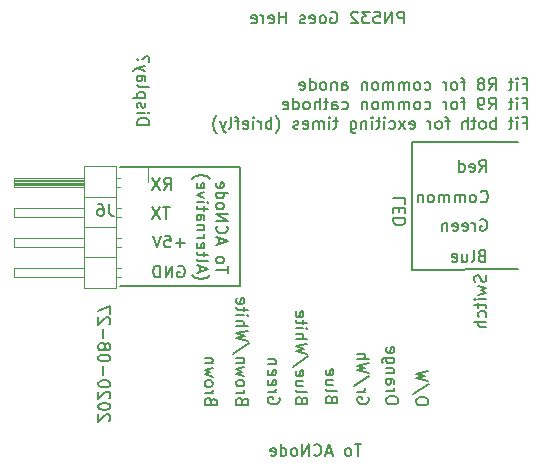
<source format=gbr>
%TF.GenerationSoftware,KiCad,Pcbnew,5.1.6-1.fc32*%
%TF.CreationDate,2020-08-28T03:42:22+01:00*%
%TF.ProjectId,ACNodeReader,41434e6f-6465-4526-9561-6465722e6b69,rev?*%
%TF.SameCoordinates,Original*%
%TF.FileFunction,Legend,Bot*%
%TF.FilePolarity,Positive*%
%FSLAX46Y46*%
G04 Gerber Fmt 4.6, Leading zero omitted, Abs format (unit mm)*
G04 Created by KiCad (PCBNEW 5.1.6-1.fc32) date 2020-08-28 03:42:22*
%MOMM*%
%LPD*%
G01*
G04 APERTURE LIST*
%ADD10C,0.150000*%
%ADD11C,0.120000*%
G04 APERTURE END LIST*
D10*
X112085380Y-97821142D02*
X112133000Y-97773523D01*
X112180619Y-97678285D01*
X112180619Y-97440190D01*
X112133000Y-97344952D01*
X112085380Y-97297333D01*
X111990142Y-97249714D01*
X111894904Y-97249714D01*
X111752047Y-97297333D01*
X111180619Y-97868761D01*
X111180619Y-97249714D01*
X112180619Y-96630666D02*
X112180619Y-96535428D01*
X112133000Y-96440190D01*
X112085380Y-96392571D01*
X111990142Y-96344952D01*
X111799666Y-96297333D01*
X111561571Y-96297333D01*
X111371095Y-96344952D01*
X111275857Y-96392571D01*
X111228238Y-96440190D01*
X111180619Y-96535428D01*
X111180619Y-96630666D01*
X111228238Y-96725904D01*
X111275857Y-96773523D01*
X111371095Y-96821142D01*
X111561571Y-96868761D01*
X111799666Y-96868761D01*
X111990142Y-96821142D01*
X112085380Y-96773523D01*
X112133000Y-96725904D01*
X112180619Y-96630666D01*
X112085380Y-95916380D02*
X112133000Y-95868761D01*
X112180619Y-95773523D01*
X112180619Y-95535428D01*
X112133000Y-95440190D01*
X112085380Y-95392571D01*
X111990142Y-95344952D01*
X111894904Y-95344952D01*
X111752047Y-95392571D01*
X111180619Y-95964000D01*
X111180619Y-95344952D01*
X112180619Y-94725904D02*
X112180619Y-94630666D01*
X112133000Y-94535428D01*
X112085380Y-94487809D01*
X111990142Y-94440190D01*
X111799666Y-94392571D01*
X111561571Y-94392571D01*
X111371095Y-94440190D01*
X111275857Y-94487809D01*
X111228238Y-94535428D01*
X111180619Y-94630666D01*
X111180619Y-94725904D01*
X111228238Y-94821142D01*
X111275857Y-94868761D01*
X111371095Y-94916380D01*
X111561571Y-94964000D01*
X111799666Y-94964000D01*
X111990142Y-94916380D01*
X112085380Y-94868761D01*
X112133000Y-94821142D01*
X112180619Y-94725904D01*
X111561571Y-93964000D02*
X111561571Y-93202095D01*
X112180619Y-92535428D02*
X112180619Y-92440190D01*
X112133000Y-92344952D01*
X112085380Y-92297333D01*
X111990142Y-92249714D01*
X111799666Y-92202095D01*
X111561571Y-92202095D01*
X111371095Y-92249714D01*
X111275857Y-92297333D01*
X111228238Y-92344952D01*
X111180619Y-92440190D01*
X111180619Y-92535428D01*
X111228238Y-92630666D01*
X111275857Y-92678285D01*
X111371095Y-92725904D01*
X111561571Y-92773523D01*
X111799666Y-92773523D01*
X111990142Y-92725904D01*
X112085380Y-92678285D01*
X112133000Y-92630666D01*
X112180619Y-92535428D01*
X111752047Y-91630666D02*
X111799666Y-91725904D01*
X111847285Y-91773523D01*
X111942523Y-91821142D01*
X111990142Y-91821142D01*
X112085380Y-91773523D01*
X112133000Y-91725904D01*
X112180619Y-91630666D01*
X112180619Y-91440190D01*
X112133000Y-91344952D01*
X112085380Y-91297333D01*
X111990142Y-91249714D01*
X111942523Y-91249714D01*
X111847285Y-91297333D01*
X111799666Y-91344952D01*
X111752047Y-91440190D01*
X111752047Y-91630666D01*
X111704428Y-91725904D01*
X111656809Y-91773523D01*
X111561571Y-91821142D01*
X111371095Y-91821142D01*
X111275857Y-91773523D01*
X111228238Y-91725904D01*
X111180619Y-91630666D01*
X111180619Y-91440190D01*
X111228238Y-91344952D01*
X111275857Y-91297333D01*
X111371095Y-91249714D01*
X111561571Y-91249714D01*
X111656809Y-91297333D01*
X111704428Y-91344952D01*
X111752047Y-91440190D01*
X111561571Y-90821142D02*
X111561571Y-90059238D01*
X112085380Y-89630666D02*
X112133000Y-89583047D01*
X112180619Y-89487809D01*
X112180619Y-89249714D01*
X112133000Y-89154476D01*
X112085380Y-89106857D01*
X111990142Y-89059238D01*
X111894904Y-89059238D01*
X111752047Y-89106857D01*
X111180619Y-89678285D01*
X111180619Y-89059238D01*
X112180619Y-88725904D02*
X112180619Y-88059238D01*
X111180619Y-88487809D01*
X114482619Y-72730952D02*
X115482619Y-72730952D01*
X115482619Y-72492857D01*
X115435000Y-72350000D01*
X115339761Y-72254761D01*
X115244523Y-72207142D01*
X115054047Y-72159523D01*
X114911190Y-72159523D01*
X114720714Y-72207142D01*
X114625476Y-72254761D01*
X114530238Y-72350000D01*
X114482619Y-72492857D01*
X114482619Y-72730952D01*
X114482619Y-71730952D02*
X115149285Y-71730952D01*
X115482619Y-71730952D02*
X115435000Y-71778571D01*
X115387380Y-71730952D01*
X115435000Y-71683333D01*
X115482619Y-71730952D01*
X115387380Y-71730952D01*
X114530238Y-71302380D02*
X114482619Y-71207142D01*
X114482619Y-71016666D01*
X114530238Y-70921428D01*
X114625476Y-70873809D01*
X114673095Y-70873809D01*
X114768333Y-70921428D01*
X114815952Y-71016666D01*
X114815952Y-71159523D01*
X114863571Y-71254761D01*
X114958809Y-71302380D01*
X115006428Y-71302380D01*
X115101666Y-71254761D01*
X115149285Y-71159523D01*
X115149285Y-71016666D01*
X115101666Y-70921428D01*
X115149285Y-70445238D02*
X114149285Y-70445238D01*
X115101666Y-70445238D02*
X115149285Y-70350000D01*
X115149285Y-70159523D01*
X115101666Y-70064285D01*
X115054047Y-70016666D01*
X114958809Y-69969047D01*
X114673095Y-69969047D01*
X114577857Y-70016666D01*
X114530238Y-70064285D01*
X114482619Y-70159523D01*
X114482619Y-70350000D01*
X114530238Y-70445238D01*
X114482619Y-69397619D02*
X114530238Y-69492857D01*
X114625476Y-69540476D01*
X115482619Y-69540476D01*
X114482619Y-68588095D02*
X115006428Y-68588095D01*
X115101666Y-68635714D01*
X115149285Y-68730952D01*
X115149285Y-68921428D01*
X115101666Y-69016666D01*
X114530238Y-68588095D02*
X114482619Y-68683333D01*
X114482619Y-68921428D01*
X114530238Y-69016666D01*
X114625476Y-69064285D01*
X114720714Y-69064285D01*
X114815952Y-69016666D01*
X114863571Y-68921428D01*
X114863571Y-68683333D01*
X114911190Y-68588095D01*
X115149285Y-68207142D02*
X114482619Y-67969047D01*
X115149285Y-67730952D02*
X114482619Y-67969047D01*
X114244523Y-68064285D01*
X114196904Y-68111904D01*
X114149285Y-68207142D01*
X114577857Y-67207142D02*
X114530238Y-67159523D01*
X114482619Y-67207142D01*
X114530238Y-67254761D01*
X114577857Y-67207142D01*
X114482619Y-67207142D01*
X115435000Y-67397619D02*
X115482619Y-67302380D01*
X115482619Y-67064285D01*
X115435000Y-66969047D01*
X115339761Y-66921428D01*
X115244523Y-66921428D01*
X115149285Y-66969047D01*
X115101666Y-67016666D01*
X115054047Y-67111904D01*
X115006428Y-67159523D01*
X114911190Y-67207142D01*
X114863571Y-67207142D01*
X133444761Y-99782380D02*
X132873333Y-99782380D01*
X133159047Y-100782380D02*
X133159047Y-99782380D01*
X132397142Y-100782380D02*
X132492380Y-100734761D01*
X132540000Y-100687142D01*
X132587619Y-100591904D01*
X132587619Y-100306190D01*
X132540000Y-100210952D01*
X132492380Y-100163333D01*
X132397142Y-100115714D01*
X132254285Y-100115714D01*
X132159047Y-100163333D01*
X132111428Y-100210952D01*
X132063809Y-100306190D01*
X132063809Y-100591904D01*
X132111428Y-100687142D01*
X132159047Y-100734761D01*
X132254285Y-100782380D01*
X132397142Y-100782380D01*
X130920952Y-100496666D02*
X130444761Y-100496666D01*
X131016190Y-100782380D02*
X130682857Y-99782380D01*
X130349523Y-100782380D01*
X129444761Y-100687142D02*
X129492380Y-100734761D01*
X129635238Y-100782380D01*
X129730476Y-100782380D01*
X129873333Y-100734761D01*
X129968571Y-100639523D01*
X130016190Y-100544285D01*
X130063809Y-100353809D01*
X130063809Y-100210952D01*
X130016190Y-100020476D01*
X129968571Y-99925238D01*
X129873333Y-99830000D01*
X129730476Y-99782380D01*
X129635238Y-99782380D01*
X129492380Y-99830000D01*
X129444761Y-99877619D01*
X129016190Y-100782380D02*
X129016190Y-99782380D01*
X128444761Y-100782380D01*
X128444761Y-99782380D01*
X127825714Y-100782380D02*
X127920952Y-100734761D01*
X127968571Y-100687142D01*
X128016190Y-100591904D01*
X128016190Y-100306190D01*
X127968571Y-100210952D01*
X127920952Y-100163333D01*
X127825714Y-100115714D01*
X127682857Y-100115714D01*
X127587619Y-100163333D01*
X127540000Y-100210952D01*
X127492380Y-100306190D01*
X127492380Y-100591904D01*
X127540000Y-100687142D01*
X127587619Y-100734761D01*
X127682857Y-100782380D01*
X127825714Y-100782380D01*
X126635238Y-100782380D02*
X126635238Y-99782380D01*
X126635238Y-100734761D02*
X126730476Y-100782380D01*
X126920952Y-100782380D01*
X127016190Y-100734761D01*
X127063809Y-100687142D01*
X127111428Y-100591904D01*
X127111428Y-100306190D01*
X127063809Y-100210952D01*
X127016190Y-100163333D01*
X126920952Y-100115714D01*
X126730476Y-100115714D01*
X126635238Y-100163333D01*
X125778095Y-100734761D02*
X125873333Y-100782380D01*
X126063809Y-100782380D01*
X126159047Y-100734761D01*
X126206666Y-100639523D01*
X126206666Y-100258571D01*
X126159047Y-100163333D01*
X126063809Y-100115714D01*
X125873333Y-100115714D01*
X125778095Y-100163333D01*
X125730476Y-100258571D01*
X125730476Y-100353809D01*
X126206666Y-100449047D01*
X123190000Y-76327000D02*
X113030000Y-76327000D01*
X123190000Y-86360000D02*
X113030000Y-86360000D01*
X123190000Y-76327000D02*
X123190000Y-86360000D01*
X122149619Y-85311761D02*
X122149619Y-84740333D01*
X121149619Y-85026047D02*
X122149619Y-85026047D01*
X121149619Y-84264142D02*
X121197238Y-84359380D01*
X121244857Y-84407000D01*
X121340095Y-84454619D01*
X121625809Y-84454619D01*
X121721047Y-84407000D01*
X121768666Y-84359380D01*
X121816285Y-84264142D01*
X121816285Y-84121285D01*
X121768666Y-84026047D01*
X121721047Y-83978428D01*
X121625809Y-83930809D01*
X121340095Y-83930809D01*
X121244857Y-83978428D01*
X121197238Y-84026047D01*
X121149619Y-84121285D01*
X121149619Y-84264142D01*
X121435333Y-82787952D02*
X121435333Y-82311761D01*
X121149619Y-82883190D02*
X122149619Y-82549857D01*
X121149619Y-82216523D01*
X121244857Y-81311761D02*
X121197238Y-81359380D01*
X121149619Y-81502238D01*
X121149619Y-81597476D01*
X121197238Y-81740333D01*
X121292476Y-81835571D01*
X121387714Y-81883190D01*
X121578190Y-81930809D01*
X121721047Y-81930809D01*
X121911523Y-81883190D01*
X122006761Y-81835571D01*
X122102000Y-81740333D01*
X122149619Y-81597476D01*
X122149619Y-81502238D01*
X122102000Y-81359380D01*
X122054380Y-81311761D01*
X121149619Y-80883190D02*
X122149619Y-80883190D01*
X121149619Y-80311761D01*
X122149619Y-80311761D01*
X121149619Y-79692714D02*
X121197238Y-79787952D01*
X121244857Y-79835571D01*
X121340095Y-79883190D01*
X121625809Y-79883190D01*
X121721047Y-79835571D01*
X121768666Y-79787952D01*
X121816285Y-79692714D01*
X121816285Y-79549857D01*
X121768666Y-79454619D01*
X121721047Y-79407000D01*
X121625809Y-79359380D01*
X121340095Y-79359380D01*
X121244857Y-79407000D01*
X121197238Y-79454619D01*
X121149619Y-79549857D01*
X121149619Y-79692714D01*
X121149619Y-78502238D02*
X122149619Y-78502238D01*
X121197238Y-78502238D02*
X121149619Y-78597476D01*
X121149619Y-78787952D01*
X121197238Y-78883190D01*
X121244857Y-78930809D01*
X121340095Y-78978428D01*
X121625809Y-78978428D01*
X121721047Y-78930809D01*
X121768666Y-78883190D01*
X121816285Y-78787952D01*
X121816285Y-78597476D01*
X121768666Y-78502238D01*
X121197238Y-77645095D02*
X121149619Y-77740333D01*
X121149619Y-77930809D01*
X121197238Y-78026047D01*
X121292476Y-78073666D01*
X121673428Y-78073666D01*
X121768666Y-78026047D01*
X121816285Y-77930809D01*
X121816285Y-77740333D01*
X121768666Y-77645095D01*
X121673428Y-77597476D01*
X121578190Y-77597476D01*
X121482952Y-78073666D01*
X119118666Y-85502238D02*
X119166285Y-85549857D01*
X119309142Y-85645095D01*
X119404380Y-85692714D01*
X119547238Y-85740333D01*
X119785333Y-85787952D01*
X119975809Y-85787952D01*
X120213904Y-85740333D01*
X120356761Y-85692714D01*
X120452000Y-85645095D01*
X120594857Y-85549857D01*
X120642476Y-85502238D01*
X119785333Y-85168904D02*
X119785333Y-84692714D01*
X119499619Y-85264142D02*
X120499619Y-84930809D01*
X119499619Y-84597476D01*
X119499619Y-84121285D02*
X119547238Y-84216523D01*
X119642476Y-84264142D01*
X120499619Y-84264142D01*
X120166285Y-83883190D02*
X120166285Y-83502238D01*
X120499619Y-83740333D02*
X119642476Y-83740333D01*
X119547238Y-83692714D01*
X119499619Y-83597476D01*
X119499619Y-83502238D01*
X119547238Y-82787952D02*
X119499619Y-82883190D01*
X119499619Y-83073666D01*
X119547238Y-83168904D01*
X119642476Y-83216523D01*
X120023428Y-83216523D01*
X120118666Y-83168904D01*
X120166285Y-83073666D01*
X120166285Y-82883190D01*
X120118666Y-82787952D01*
X120023428Y-82740333D01*
X119928190Y-82740333D01*
X119832952Y-83216523D01*
X119499619Y-82311761D02*
X120166285Y-82311761D01*
X119975809Y-82311761D02*
X120071047Y-82264142D01*
X120118666Y-82216523D01*
X120166285Y-82121285D01*
X120166285Y-82026047D01*
X120166285Y-81692714D02*
X119499619Y-81692714D01*
X120071047Y-81692714D02*
X120118666Y-81645095D01*
X120166285Y-81549857D01*
X120166285Y-81407000D01*
X120118666Y-81311761D01*
X120023428Y-81264142D01*
X119499619Y-81264142D01*
X119499619Y-80359380D02*
X120023428Y-80359380D01*
X120118666Y-80407000D01*
X120166285Y-80502238D01*
X120166285Y-80692714D01*
X120118666Y-80787952D01*
X119547238Y-80359380D02*
X119499619Y-80454619D01*
X119499619Y-80692714D01*
X119547238Y-80787952D01*
X119642476Y-80835571D01*
X119737714Y-80835571D01*
X119832952Y-80787952D01*
X119880571Y-80692714D01*
X119880571Y-80454619D01*
X119928190Y-80359380D01*
X120166285Y-80026047D02*
X120166285Y-79645095D01*
X120499619Y-79883190D02*
X119642476Y-79883190D01*
X119547238Y-79835571D01*
X119499619Y-79740333D01*
X119499619Y-79645095D01*
X119499619Y-79311761D02*
X120166285Y-79311761D01*
X120499619Y-79311761D02*
X120452000Y-79359380D01*
X120404380Y-79311761D01*
X120452000Y-79264142D01*
X120499619Y-79311761D01*
X120404380Y-79311761D01*
X120166285Y-78930809D02*
X119499619Y-78692714D01*
X120166285Y-78454619D01*
X119547238Y-77692714D02*
X119499619Y-77787952D01*
X119499619Y-77978428D01*
X119547238Y-78073666D01*
X119642476Y-78121285D01*
X120023428Y-78121285D01*
X120118666Y-78073666D01*
X120166285Y-77978428D01*
X120166285Y-77787952D01*
X120118666Y-77692714D01*
X120023428Y-77645095D01*
X119928190Y-77645095D01*
X119832952Y-78121285D01*
X119118666Y-77311761D02*
X119166285Y-77264142D01*
X119309142Y-77168904D01*
X119404380Y-77121285D01*
X119547238Y-77073666D01*
X119785333Y-77026047D01*
X119975809Y-77026047D01*
X120213904Y-77073666D01*
X120356761Y-77121285D01*
X120452000Y-77168904D01*
X120594857Y-77264142D01*
X120642476Y-77311761D01*
X117919404Y-84717000D02*
X118014642Y-84669380D01*
X118157500Y-84669380D01*
X118300357Y-84717000D01*
X118395595Y-84812238D01*
X118443214Y-84907476D01*
X118490833Y-85097952D01*
X118490833Y-85240809D01*
X118443214Y-85431285D01*
X118395595Y-85526523D01*
X118300357Y-85621761D01*
X118157500Y-85669380D01*
X118062261Y-85669380D01*
X117919404Y-85621761D01*
X117871785Y-85574142D01*
X117871785Y-85240809D01*
X118062261Y-85240809D01*
X117443214Y-85669380D02*
X117443214Y-84669380D01*
X116871785Y-85669380D01*
X116871785Y-84669380D01*
X116395595Y-85669380D02*
X116395595Y-84669380D01*
X116157500Y-84669380D01*
X116014642Y-84717000D01*
X115919404Y-84812238D01*
X115871785Y-84907476D01*
X115824166Y-85097952D01*
X115824166Y-85240809D01*
X115871785Y-85431285D01*
X115919404Y-85526523D01*
X116014642Y-85621761D01*
X116157500Y-85669380D01*
X116395595Y-85669380D01*
X118506714Y-82748428D02*
X117744809Y-82748428D01*
X118125761Y-83129380D02*
X118125761Y-82367476D01*
X116792428Y-82129380D02*
X117268619Y-82129380D01*
X117316238Y-82605571D01*
X117268619Y-82557952D01*
X117173380Y-82510333D01*
X116935285Y-82510333D01*
X116840047Y-82557952D01*
X116792428Y-82605571D01*
X116744809Y-82700809D01*
X116744809Y-82938904D01*
X116792428Y-83034142D01*
X116840047Y-83081761D01*
X116935285Y-83129380D01*
X117173380Y-83129380D01*
X117268619Y-83081761D01*
X117316238Y-83034142D01*
X116459095Y-82129380D02*
X116125761Y-83129380D01*
X115792428Y-82129380D01*
X116752666Y-78239880D02*
X117086000Y-77763690D01*
X117324095Y-78239880D02*
X117324095Y-77239880D01*
X116943142Y-77239880D01*
X116847904Y-77287500D01*
X116800285Y-77335119D01*
X116752666Y-77430357D01*
X116752666Y-77573214D01*
X116800285Y-77668452D01*
X116847904Y-77716071D01*
X116943142Y-77763690D01*
X117324095Y-77763690D01*
X116419333Y-77239880D02*
X115752666Y-78239880D01*
X115752666Y-77239880D02*
X116419333Y-78239880D01*
X117220904Y-79716380D02*
X116649476Y-79716380D01*
X116935190Y-80716380D02*
X116935190Y-79716380D01*
X116411380Y-79716380D02*
X115744714Y-80716380D01*
X115744714Y-79716380D02*
X116411380Y-80716380D01*
X147159071Y-69271571D02*
X147492404Y-69271571D01*
X147492404Y-69795380D02*
X147492404Y-68795380D01*
X147016214Y-68795380D01*
X146635261Y-69795380D02*
X146635261Y-69128714D01*
X146635261Y-68795380D02*
X146682880Y-68843000D01*
X146635261Y-68890619D01*
X146587642Y-68843000D01*
X146635261Y-68795380D01*
X146635261Y-68890619D01*
X146301928Y-69128714D02*
X145920976Y-69128714D01*
X146159071Y-68795380D02*
X146159071Y-69652523D01*
X146111452Y-69747761D01*
X146016214Y-69795380D01*
X145920976Y-69795380D01*
X144254309Y-69795380D02*
X144587642Y-69319190D01*
X144825738Y-69795380D02*
X144825738Y-68795380D01*
X144444785Y-68795380D01*
X144349547Y-68843000D01*
X144301928Y-68890619D01*
X144254309Y-68985857D01*
X144254309Y-69128714D01*
X144301928Y-69223952D01*
X144349547Y-69271571D01*
X144444785Y-69319190D01*
X144825738Y-69319190D01*
X143682880Y-69223952D02*
X143778119Y-69176333D01*
X143825738Y-69128714D01*
X143873357Y-69033476D01*
X143873357Y-68985857D01*
X143825738Y-68890619D01*
X143778119Y-68843000D01*
X143682880Y-68795380D01*
X143492404Y-68795380D01*
X143397166Y-68843000D01*
X143349547Y-68890619D01*
X143301928Y-68985857D01*
X143301928Y-69033476D01*
X143349547Y-69128714D01*
X143397166Y-69176333D01*
X143492404Y-69223952D01*
X143682880Y-69223952D01*
X143778119Y-69271571D01*
X143825738Y-69319190D01*
X143873357Y-69414428D01*
X143873357Y-69604904D01*
X143825738Y-69700142D01*
X143778119Y-69747761D01*
X143682880Y-69795380D01*
X143492404Y-69795380D01*
X143397166Y-69747761D01*
X143349547Y-69700142D01*
X143301928Y-69604904D01*
X143301928Y-69414428D01*
X143349547Y-69319190D01*
X143397166Y-69271571D01*
X143492404Y-69223952D01*
X142254309Y-69128714D02*
X141873357Y-69128714D01*
X142111452Y-69795380D02*
X142111452Y-68938238D01*
X142063833Y-68843000D01*
X141968595Y-68795380D01*
X141873357Y-68795380D01*
X141397166Y-69795380D02*
X141492404Y-69747761D01*
X141540023Y-69700142D01*
X141587642Y-69604904D01*
X141587642Y-69319190D01*
X141540023Y-69223952D01*
X141492404Y-69176333D01*
X141397166Y-69128714D01*
X141254309Y-69128714D01*
X141159071Y-69176333D01*
X141111452Y-69223952D01*
X141063833Y-69319190D01*
X141063833Y-69604904D01*
X141111452Y-69700142D01*
X141159071Y-69747761D01*
X141254309Y-69795380D01*
X141397166Y-69795380D01*
X140635261Y-69795380D02*
X140635261Y-69128714D01*
X140635261Y-69319190D02*
X140587642Y-69223952D01*
X140540023Y-69176333D01*
X140444785Y-69128714D01*
X140349547Y-69128714D01*
X138825738Y-69747761D02*
X138920976Y-69795380D01*
X139111452Y-69795380D01*
X139206690Y-69747761D01*
X139254309Y-69700142D01*
X139301928Y-69604904D01*
X139301928Y-69319190D01*
X139254309Y-69223952D01*
X139206690Y-69176333D01*
X139111452Y-69128714D01*
X138920976Y-69128714D01*
X138825738Y-69176333D01*
X138254309Y-69795380D02*
X138349547Y-69747761D01*
X138397166Y-69700142D01*
X138444785Y-69604904D01*
X138444785Y-69319190D01*
X138397166Y-69223952D01*
X138349547Y-69176333D01*
X138254309Y-69128714D01*
X138111452Y-69128714D01*
X138016214Y-69176333D01*
X137968595Y-69223952D01*
X137920976Y-69319190D01*
X137920976Y-69604904D01*
X137968595Y-69700142D01*
X138016214Y-69747761D01*
X138111452Y-69795380D01*
X138254309Y-69795380D01*
X137492404Y-69795380D02*
X137492404Y-69128714D01*
X137492404Y-69223952D02*
X137444785Y-69176333D01*
X137349547Y-69128714D01*
X137206690Y-69128714D01*
X137111452Y-69176333D01*
X137063833Y-69271571D01*
X137063833Y-69795380D01*
X137063833Y-69271571D02*
X137016214Y-69176333D01*
X136920976Y-69128714D01*
X136778119Y-69128714D01*
X136682880Y-69176333D01*
X136635261Y-69271571D01*
X136635261Y-69795380D01*
X136159071Y-69795380D02*
X136159071Y-69128714D01*
X136159071Y-69223952D02*
X136111452Y-69176333D01*
X136016214Y-69128714D01*
X135873357Y-69128714D01*
X135778119Y-69176333D01*
X135730500Y-69271571D01*
X135730500Y-69795380D01*
X135730500Y-69271571D02*
X135682880Y-69176333D01*
X135587642Y-69128714D01*
X135444785Y-69128714D01*
X135349547Y-69176333D01*
X135301928Y-69271571D01*
X135301928Y-69795380D01*
X134682880Y-69795380D02*
X134778119Y-69747761D01*
X134825738Y-69700142D01*
X134873357Y-69604904D01*
X134873357Y-69319190D01*
X134825738Y-69223952D01*
X134778119Y-69176333D01*
X134682880Y-69128714D01*
X134540023Y-69128714D01*
X134444785Y-69176333D01*
X134397166Y-69223952D01*
X134349547Y-69319190D01*
X134349547Y-69604904D01*
X134397166Y-69700142D01*
X134444785Y-69747761D01*
X134540023Y-69795380D01*
X134682880Y-69795380D01*
X133920976Y-69128714D02*
X133920976Y-69795380D01*
X133920976Y-69223952D02*
X133873357Y-69176333D01*
X133778119Y-69128714D01*
X133635261Y-69128714D01*
X133540023Y-69176333D01*
X133492404Y-69271571D01*
X133492404Y-69795380D01*
X131825738Y-69795380D02*
X131825738Y-69271571D01*
X131873357Y-69176333D01*
X131968595Y-69128714D01*
X132159071Y-69128714D01*
X132254309Y-69176333D01*
X131825738Y-69747761D02*
X131920976Y-69795380D01*
X132159071Y-69795380D01*
X132254309Y-69747761D01*
X132301928Y-69652523D01*
X132301928Y-69557285D01*
X132254309Y-69462047D01*
X132159071Y-69414428D01*
X131920976Y-69414428D01*
X131825738Y-69366809D01*
X131349547Y-69128714D02*
X131349547Y-69795380D01*
X131349547Y-69223952D02*
X131301928Y-69176333D01*
X131206690Y-69128714D01*
X131063833Y-69128714D01*
X130968595Y-69176333D01*
X130920976Y-69271571D01*
X130920976Y-69795380D01*
X130301928Y-69795380D02*
X130397166Y-69747761D01*
X130444785Y-69700142D01*
X130492404Y-69604904D01*
X130492404Y-69319190D01*
X130444785Y-69223952D01*
X130397166Y-69176333D01*
X130301928Y-69128714D01*
X130159071Y-69128714D01*
X130063833Y-69176333D01*
X130016214Y-69223952D01*
X129968595Y-69319190D01*
X129968595Y-69604904D01*
X130016214Y-69700142D01*
X130063833Y-69747761D01*
X130159071Y-69795380D01*
X130301928Y-69795380D01*
X129111452Y-69795380D02*
X129111452Y-68795380D01*
X129111452Y-69747761D02*
X129206690Y-69795380D01*
X129397166Y-69795380D01*
X129492404Y-69747761D01*
X129540023Y-69700142D01*
X129587642Y-69604904D01*
X129587642Y-69319190D01*
X129540023Y-69223952D01*
X129492404Y-69176333D01*
X129397166Y-69128714D01*
X129206690Y-69128714D01*
X129111452Y-69176333D01*
X128254309Y-69747761D02*
X128349547Y-69795380D01*
X128540023Y-69795380D01*
X128635261Y-69747761D01*
X128682880Y-69652523D01*
X128682880Y-69271571D01*
X128635261Y-69176333D01*
X128540023Y-69128714D01*
X128349547Y-69128714D01*
X128254309Y-69176333D01*
X128206690Y-69271571D01*
X128206690Y-69366809D01*
X128682880Y-69462047D01*
X147159071Y-70921571D02*
X147492404Y-70921571D01*
X147492404Y-71445380D02*
X147492404Y-70445380D01*
X147016214Y-70445380D01*
X146635261Y-71445380D02*
X146635261Y-70778714D01*
X146635261Y-70445380D02*
X146682880Y-70493000D01*
X146635261Y-70540619D01*
X146587642Y-70493000D01*
X146635261Y-70445380D01*
X146635261Y-70540619D01*
X146301928Y-70778714D02*
X145920976Y-70778714D01*
X146159071Y-70445380D02*
X146159071Y-71302523D01*
X146111452Y-71397761D01*
X146016214Y-71445380D01*
X145920976Y-71445380D01*
X144254309Y-71445380D02*
X144587642Y-70969190D01*
X144825738Y-71445380D02*
X144825738Y-70445380D01*
X144444785Y-70445380D01*
X144349547Y-70493000D01*
X144301928Y-70540619D01*
X144254309Y-70635857D01*
X144254309Y-70778714D01*
X144301928Y-70873952D01*
X144349547Y-70921571D01*
X144444785Y-70969190D01*
X144825738Y-70969190D01*
X143778119Y-71445380D02*
X143587642Y-71445380D01*
X143492404Y-71397761D01*
X143444785Y-71350142D01*
X143349547Y-71207285D01*
X143301928Y-71016809D01*
X143301928Y-70635857D01*
X143349547Y-70540619D01*
X143397166Y-70493000D01*
X143492404Y-70445380D01*
X143682880Y-70445380D01*
X143778119Y-70493000D01*
X143825738Y-70540619D01*
X143873357Y-70635857D01*
X143873357Y-70873952D01*
X143825738Y-70969190D01*
X143778119Y-71016809D01*
X143682880Y-71064428D01*
X143492404Y-71064428D01*
X143397166Y-71016809D01*
X143349547Y-70969190D01*
X143301928Y-70873952D01*
X142254309Y-70778714D02*
X141873357Y-70778714D01*
X142111452Y-71445380D02*
X142111452Y-70588238D01*
X142063833Y-70493000D01*
X141968595Y-70445380D01*
X141873357Y-70445380D01*
X141397166Y-71445380D02*
X141492404Y-71397761D01*
X141540023Y-71350142D01*
X141587642Y-71254904D01*
X141587642Y-70969190D01*
X141540023Y-70873952D01*
X141492404Y-70826333D01*
X141397166Y-70778714D01*
X141254309Y-70778714D01*
X141159071Y-70826333D01*
X141111452Y-70873952D01*
X141063833Y-70969190D01*
X141063833Y-71254904D01*
X141111452Y-71350142D01*
X141159071Y-71397761D01*
X141254309Y-71445380D01*
X141397166Y-71445380D01*
X140635261Y-71445380D02*
X140635261Y-70778714D01*
X140635261Y-70969190D02*
X140587642Y-70873952D01*
X140540023Y-70826333D01*
X140444785Y-70778714D01*
X140349547Y-70778714D01*
X138825738Y-71397761D02*
X138920976Y-71445380D01*
X139111452Y-71445380D01*
X139206690Y-71397761D01*
X139254309Y-71350142D01*
X139301928Y-71254904D01*
X139301928Y-70969190D01*
X139254309Y-70873952D01*
X139206690Y-70826333D01*
X139111452Y-70778714D01*
X138920976Y-70778714D01*
X138825738Y-70826333D01*
X138254309Y-71445380D02*
X138349547Y-71397761D01*
X138397166Y-71350142D01*
X138444785Y-71254904D01*
X138444785Y-70969190D01*
X138397166Y-70873952D01*
X138349547Y-70826333D01*
X138254309Y-70778714D01*
X138111452Y-70778714D01*
X138016214Y-70826333D01*
X137968595Y-70873952D01*
X137920976Y-70969190D01*
X137920976Y-71254904D01*
X137968595Y-71350142D01*
X138016214Y-71397761D01*
X138111452Y-71445380D01*
X138254309Y-71445380D01*
X137492404Y-71445380D02*
X137492404Y-70778714D01*
X137492404Y-70873952D02*
X137444785Y-70826333D01*
X137349547Y-70778714D01*
X137206690Y-70778714D01*
X137111452Y-70826333D01*
X137063833Y-70921571D01*
X137063833Y-71445380D01*
X137063833Y-70921571D02*
X137016214Y-70826333D01*
X136920976Y-70778714D01*
X136778119Y-70778714D01*
X136682880Y-70826333D01*
X136635261Y-70921571D01*
X136635261Y-71445380D01*
X136159071Y-71445380D02*
X136159071Y-70778714D01*
X136159071Y-70873952D02*
X136111452Y-70826333D01*
X136016214Y-70778714D01*
X135873357Y-70778714D01*
X135778119Y-70826333D01*
X135730500Y-70921571D01*
X135730500Y-71445380D01*
X135730500Y-70921571D02*
X135682880Y-70826333D01*
X135587642Y-70778714D01*
X135444785Y-70778714D01*
X135349547Y-70826333D01*
X135301928Y-70921571D01*
X135301928Y-71445380D01*
X134682880Y-71445380D02*
X134778119Y-71397761D01*
X134825738Y-71350142D01*
X134873357Y-71254904D01*
X134873357Y-70969190D01*
X134825738Y-70873952D01*
X134778119Y-70826333D01*
X134682880Y-70778714D01*
X134540023Y-70778714D01*
X134444785Y-70826333D01*
X134397166Y-70873952D01*
X134349547Y-70969190D01*
X134349547Y-71254904D01*
X134397166Y-71350142D01*
X134444785Y-71397761D01*
X134540023Y-71445380D01*
X134682880Y-71445380D01*
X133920976Y-70778714D02*
X133920976Y-71445380D01*
X133920976Y-70873952D02*
X133873357Y-70826333D01*
X133778119Y-70778714D01*
X133635261Y-70778714D01*
X133540023Y-70826333D01*
X133492404Y-70921571D01*
X133492404Y-71445380D01*
X131825738Y-71397761D02*
X131920976Y-71445380D01*
X132111452Y-71445380D01*
X132206690Y-71397761D01*
X132254309Y-71350142D01*
X132301928Y-71254904D01*
X132301928Y-70969190D01*
X132254309Y-70873952D01*
X132206690Y-70826333D01*
X132111452Y-70778714D01*
X131920976Y-70778714D01*
X131825738Y-70826333D01*
X130968595Y-71445380D02*
X130968595Y-70921571D01*
X131016214Y-70826333D01*
X131111452Y-70778714D01*
X131301928Y-70778714D01*
X131397166Y-70826333D01*
X130968595Y-71397761D02*
X131063833Y-71445380D01*
X131301928Y-71445380D01*
X131397166Y-71397761D01*
X131444785Y-71302523D01*
X131444785Y-71207285D01*
X131397166Y-71112047D01*
X131301928Y-71064428D01*
X131063833Y-71064428D01*
X130968595Y-71016809D01*
X130635261Y-70778714D02*
X130254309Y-70778714D01*
X130492404Y-70445380D02*
X130492404Y-71302523D01*
X130444785Y-71397761D01*
X130349547Y-71445380D01*
X130254309Y-71445380D01*
X129920976Y-71445380D02*
X129920976Y-70445380D01*
X129492404Y-71445380D02*
X129492404Y-70921571D01*
X129540023Y-70826333D01*
X129635261Y-70778714D01*
X129778119Y-70778714D01*
X129873357Y-70826333D01*
X129920976Y-70873952D01*
X128873357Y-71445380D02*
X128968595Y-71397761D01*
X129016214Y-71350142D01*
X129063833Y-71254904D01*
X129063833Y-70969190D01*
X129016214Y-70873952D01*
X128968595Y-70826333D01*
X128873357Y-70778714D01*
X128730500Y-70778714D01*
X128635261Y-70826333D01*
X128587642Y-70873952D01*
X128540023Y-70969190D01*
X128540023Y-71254904D01*
X128587642Y-71350142D01*
X128635261Y-71397761D01*
X128730500Y-71445380D01*
X128873357Y-71445380D01*
X127682880Y-71445380D02*
X127682880Y-70445380D01*
X127682880Y-71397761D02*
X127778119Y-71445380D01*
X127968595Y-71445380D01*
X128063833Y-71397761D01*
X128111452Y-71350142D01*
X128159071Y-71254904D01*
X128159071Y-70969190D01*
X128111452Y-70873952D01*
X128063833Y-70826333D01*
X127968595Y-70778714D01*
X127778119Y-70778714D01*
X127682880Y-70826333D01*
X126825738Y-71397761D02*
X126920976Y-71445380D01*
X127111452Y-71445380D01*
X127206690Y-71397761D01*
X127254309Y-71302523D01*
X127254309Y-70921571D01*
X127206690Y-70826333D01*
X127111452Y-70778714D01*
X126920976Y-70778714D01*
X126825738Y-70826333D01*
X126778119Y-70921571D01*
X126778119Y-71016809D01*
X127254309Y-71112047D01*
X147159071Y-72571571D02*
X147492404Y-72571571D01*
X147492404Y-73095380D02*
X147492404Y-72095380D01*
X147016214Y-72095380D01*
X146635261Y-73095380D02*
X146635261Y-72428714D01*
X146635261Y-72095380D02*
X146682880Y-72143000D01*
X146635261Y-72190619D01*
X146587642Y-72143000D01*
X146635261Y-72095380D01*
X146635261Y-72190619D01*
X146301928Y-72428714D02*
X145920976Y-72428714D01*
X146159071Y-72095380D02*
X146159071Y-72952523D01*
X146111452Y-73047761D01*
X146016214Y-73095380D01*
X145920976Y-73095380D01*
X144825738Y-73095380D02*
X144825738Y-72095380D01*
X144825738Y-72476333D02*
X144730500Y-72428714D01*
X144540023Y-72428714D01*
X144444785Y-72476333D01*
X144397166Y-72523952D01*
X144349547Y-72619190D01*
X144349547Y-72904904D01*
X144397166Y-73000142D01*
X144444785Y-73047761D01*
X144540023Y-73095380D01*
X144730500Y-73095380D01*
X144825738Y-73047761D01*
X143778119Y-73095380D02*
X143873357Y-73047761D01*
X143920976Y-73000142D01*
X143968595Y-72904904D01*
X143968595Y-72619190D01*
X143920976Y-72523952D01*
X143873357Y-72476333D01*
X143778119Y-72428714D01*
X143635261Y-72428714D01*
X143540023Y-72476333D01*
X143492404Y-72523952D01*
X143444785Y-72619190D01*
X143444785Y-72904904D01*
X143492404Y-73000142D01*
X143540023Y-73047761D01*
X143635261Y-73095380D01*
X143778119Y-73095380D01*
X143159071Y-72428714D02*
X142778119Y-72428714D01*
X143016214Y-72095380D02*
X143016214Y-72952523D01*
X142968595Y-73047761D01*
X142873357Y-73095380D01*
X142778119Y-73095380D01*
X142444785Y-73095380D02*
X142444785Y-72095380D01*
X142016214Y-73095380D02*
X142016214Y-72571571D01*
X142063833Y-72476333D01*
X142159071Y-72428714D01*
X142301928Y-72428714D01*
X142397166Y-72476333D01*
X142444785Y-72523952D01*
X140920976Y-72428714D02*
X140540023Y-72428714D01*
X140778119Y-73095380D02*
X140778119Y-72238238D01*
X140730500Y-72143000D01*
X140635261Y-72095380D01*
X140540023Y-72095380D01*
X140063833Y-73095380D02*
X140159071Y-73047761D01*
X140206690Y-73000142D01*
X140254309Y-72904904D01*
X140254309Y-72619190D01*
X140206690Y-72523952D01*
X140159071Y-72476333D01*
X140063833Y-72428714D01*
X139920976Y-72428714D01*
X139825738Y-72476333D01*
X139778119Y-72523952D01*
X139730500Y-72619190D01*
X139730500Y-72904904D01*
X139778119Y-73000142D01*
X139825738Y-73047761D01*
X139920976Y-73095380D01*
X140063833Y-73095380D01*
X139301928Y-73095380D02*
X139301928Y-72428714D01*
X139301928Y-72619190D02*
X139254309Y-72523952D01*
X139206690Y-72476333D01*
X139111452Y-72428714D01*
X139016214Y-72428714D01*
X137540023Y-73047761D02*
X137635261Y-73095380D01*
X137825738Y-73095380D01*
X137920976Y-73047761D01*
X137968595Y-72952523D01*
X137968595Y-72571571D01*
X137920976Y-72476333D01*
X137825738Y-72428714D01*
X137635261Y-72428714D01*
X137540023Y-72476333D01*
X137492404Y-72571571D01*
X137492404Y-72666809D01*
X137968595Y-72762047D01*
X137159071Y-73095380D02*
X136635261Y-72428714D01*
X137159071Y-72428714D02*
X136635261Y-73095380D01*
X135825738Y-73047761D02*
X135920976Y-73095380D01*
X136111452Y-73095380D01*
X136206690Y-73047761D01*
X136254309Y-73000142D01*
X136301928Y-72904904D01*
X136301928Y-72619190D01*
X136254309Y-72523952D01*
X136206690Y-72476333D01*
X136111452Y-72428714D01*
X135920976Y-72428714D01*
X135825738Y-72476333D01*
X135397166Y-73095380D02*
X135397166Y-72428714D01*
X135397166Y-72095380D02*
X135444785Y-72143000D01*
X135397166Y-72190619D01*
X135349547Y-72143000D01*
X135397166Y-72095380D01*
X135397166Y-72190619D01*
X135063833Y-72428714D02*
X134682880Y-72428714D01*
X134920976Y-72095380D02*
X134920976Y-72952523D01*
X134873357Y-73047761D01*
X134778119Y-73095380D01*
X134682880Y-73095380D01*
X134349547Y-73095380D02*
X134349547Y-72428714D01*
X134349547Y-72095380D02*
X134397166Y-72143000D01*
X134349547Y-72190619D01*
X134301928Y-72143000D01*
X134349547Y-72095380D01*
X134349547Y-72190619D01*
X133873357Y-72428714D02*
X133873357Y-73095380D01*
X133873357Y-72523952D02*
X133825738Y-72476333D01*
X133730500Y-72428714D01*
X133587642Y-72428714D01*
X133492404Y-72476333D01*
X133444785Y-72571571D01*
X133444785Y-73095380D01*
X132540023Y-72428714D02*
X132540023Y-73238238D01*
X132587642Y-73333476D01*
X132635261Y-73381095D01*
X132730500Y-73428714D01*
X132873357Y-73428714D01*
X132968595Y-73381095D01*
X132540023Y-73047761D02*
X132635261Y-73095380D01*
X132825738Y-73095380D01*
X132920976Y-73047761D01*
X132968595Y-73000142D01*
X133016214Y-72904904D01*
X133016214Y-72619190D01*
X132968595Y-72523952D01*
X132920976Y-72476333D01*
X132825738Y-72428714D01*
X132635261Y-72428714D01*
X132540023Y-72476333D01*
X131444785Y-72428714D02*
X131063833Y-72428714D01*
X131301928Y-72095380D02*
X131301928Y-72952523D01*
X131254309Y-73047761D01*
X131159071Y-73095380D01*
X131063833Y-73095380D01*
X130730500Y-73095380D02*
X130730500Y-72428714D01*
X130730500Y-72095380D02*
X130778119Y-72143000D01*
X130730500Y-72190619D01*
X130682880Y-72143000D01*
X130730500Y-72095380D01*
X130730500Y-72190619D01*
X130254309Y-73095380D02*
X130254309Y-72428714D01*
X130254309Y-72523952D02*
X130206690Y-72476333D01*
X130111452Y-72428714D01*
X129968595Y-72428714D01*
X129873357Y-72476333D01*
X129825738Y-72571571D01*
X129825738Y-73095380D01*
X129825738Y-72571571D02*
X129778119Y-72476333D01*
X129682880Y-72428714D01*
X129540023Y-72428714D01*
X129444785Y-72476333D01*
X129397166Y-72571571D01*
X129397166Y-73095380D01*
X128540023Y-73047761D02*
X128635261Y-73095380D01*
X128825738Y-73095380D01*
X128920976Y-73047761D01*
X128968595Y-72952523D01*
X128968595Y-72571571D01*
X128920976Y-72476333D01*
X128825738Y-72428714D01*
X128635261Y-72428714D01*
X128540023Y-72476333D01*
X128492404Y-72571571D01*
X128492404Y-72666809D01*
X128968595Y-72762047D01*
X128111452Y-73047761D02*
X128016214Y-73095380D01*
X127825738Y-73095380D01*
X127730500Y-73047761D01*
X127682880Y-72952523D01*
X127682880Y-72904904D01*
X127730500Y-72809666D01*
X127825738Y-72762047D01*
X127968595Y-72762047D01*
X128063833Y-72714428D01*
X128111452Y-72619190D01*
X128111452Y-72571571D01*
X128063833Y-72476333D01*
X127968595Y-72428714D01*
X127825738Y-72428714D01*
X127730500Y-72476333D01*
X126206690Y-73476333D02*
X126254309Y-73428714D01*
X126349547Y-73285857D01*
X126397166Y-73190619D01*
X126444785Y-73047761D01*
X126492404Y-72809666D01*
X126492404Y-72619190D01*
X126444785Y-72381095D01*
X126397166Y-72238238D01*
X126349547Y-72143000D01*
X126254309Y-72000142D01*
X126206690Y-71952523D01*
X125825738Y-73095380D02*
X125825738Y-72095380D01*
X125825738Y-72476333D02*
X125730500Y-72428714D01*
X125540023Y-72428714D01*
X125444785Y-72476333D01*
X125397166Y-72523952D01*
X125349547Y-72619190D01*
X125349547Y-72904904D01*
X125397166Y-73000142D01*
X125444785Y-73047761D01*
X125540023Y-73095380D01*
X125730500Y-73095380D01*
X125825738Y-73047761D01*
X124920976Y-73095380D02*
X124920976Y-72428714D01*
X124920976Y-72619190D02*
X124873357Y-72523952D01*
X124825738Y-72476333D01*
X124730500Y-72428714D01*
X124635261Y-72428714D01*
X124301928Y-73095380D02*
X124301928Y-72428714D01*
X124301928Y-72095380D02*
X124349547Y-72143000D01*
X124301928Y-72190619D01*
X124254309Y-72143000D01*
X124301928Y-72095380D01*
X124301928Y-72190619D01*
X123444785Y-73047761D02*
X123540023Y-73095380D01*
X123730500Y-73095380D01*
X123825738Y-73047761D01*
X123873357Y-72952523D01*
X123873357Y-72571571D01*
X123825738Y-72476333D01*
X123730500Y-72428714D01*
X123540023Y-72428714D01*
X123444785Y-72476333D01*
X123397166Y-72571571D01*
X123397166Y-72666809D01*
X123873357Y-72762047D01*
X123111452Y-72428714D02*
X122730500Y-72428714D01*
X122968595Y-73095380D02*
X122968595Y-72238238D01*
X122920976Y-72143000D01*
X122825738Y-72095380D01*
X122730500Y-72095380D01*
X122254309Y-73095380D02*
X122349547Y-73047761D01*
X122397166Y-72952523D01*
X122397166Y-72095380D01*
X121968595Y-72428714D02*
X121730500Y-73095380D01*
X121492404Y-72428714D02*
X121730500Y-73095380D01*
X121825738Y-73333476D01*
X121873357Y-73381095D01*
X121968595Y-73428714D01*
X121206690Y-73476333D02*
X121159071Y-73428714D01*
X121063833Y-73285857D01*
X121016214Y-73190619D01*
X120968595Y-73047761D01*
X120920976Y-72809666D01*
X120920976Y-72619190D01*
X120968595Y-72381095D01*
X121016214Y-72238238D01*
X121063833Y-72143000D01*
X121159071Y-72000142D01*
X121206690Y-71952523D01*
X137731500Y-85026500D02*
X146685000Y-84963000D01*
X137731500Y-74168000D02*
X137731500Y-85026500D01*
X146748500Y-74168000D02*
X137731500Y-74168000D01*
X137167880Y-79430642D02*
X137167880Y-78954452D01*
X136167880Y-78954452D01*
X136644071Y-79763976D02*
X136644071Y-80097309D01*
X137167880Y-80240166D02*
X137167880Y-79763976D01*
X136167880Y-79763976D01*
X136167880Y-80240166D01*
X137167880Y-80668738D02*
X136167880Y-80668738D01*
X136167880Y-80906833D01*
X136215500Y-81049690D01*
X136310738Y-81144928D01*
X136405976Y-81192547D01*
X136596452Y-81240166D01*
X136739309Y-81240166D01*
X136929785Y-81192547D01*
X137025023Y-81144928D01*
X137120261Y-81049690D01*
X137167880Y-80906833D01*
X137167880Y-80668738D01*
X143628928Y-83812071D02*
X143486071Y-83859690D01*
X143438452Y-83907309D01*
X143390833Y-84002547D01*
X143390833Y-84145404D01*
X143438452Y-84240642D01*
X143486071Y-84288261D01*
X143581309Y-84335880D01*
X143962261Y-84335880D01*
X143962261Y-83335880D01*
X143628928Y-83335880D01*
X143533690Y-83383500D01*
X143486071Y-83431119D01*
X143438452Y-83526357D01*
X143438452Y-83621595D01*
X143486071Y-83716833D01*
X143533690Y-83764452D01*
X143628928Y-83812071D01*
X143962261Y-83812071D01*
X142819404Y-84335880D02*
X142914642Y-84288261D01*
X142962261Y-84193023D01*
X142962261Y-83335880D01*
X142009880Y-83669214D02*
X142009880Y-84335880D01*
X142438452Y-83669214D02*
X142438452Y-84193023D01*
X142390833Y-84288261D01*
X142295595Y-84335880D01*
X142152738Y-84335880D01*
X142057500Y-84288261D01*
X142009880Y-84240642D01*
X141152738Y-84288261D02*
X141247976Y-84335880D01*
X141438452Y-84335880D01*
X141533690Y-84288261D01*
X141581309Y-84193023D01*
X141581309Y-83812071D01*
X141533690Y-83716833D01*
X141438452Y-83669214D01*
X141247976Y-83669214D01*
X141152738Y-83716833D01*
X141105119Y-83812071D01*
X141105119Y-83907309D01*
X141581309Y-84002547D01*
X143533642Y-80780000D02*
X143628880Y-80732380D01*
X143771738Y-80732380D01*
X143914595Y-80780000D01*
X144009833Y-80875238D01*
X144057452Y-80970476D01*
X144105071Y-81160952D01*
X144105071Y-81303809D01*
X144057452Y-81494285D01*
X144009833Y-81589523D01*
X143914595Y-81684761D01*
X143771738Y-81732380D01*
X143676500Y-81732380D01*
X143533642Y-81684761D01*
X143486023Y-81637142D01*
X143486023Y-81303809D01*
X143676500Y-81303809D01*
X143057452Y-81732380D02*
X143057452Y-81065714D01*
X143057452Y-81256190D02*
X143009833Y-81160952D01*
X142962214Y-81113333D01*
X142866976Y-81065714D01*
X142771738Y-81065714D01*
X142057452Y-81684761D02*
X142152690Y-81732380D01*
X142343166Y-81732380D01*
X142438404Y-81684761D01*
X142486023Y-81589523D01*
X142486023Y-81208571D01*
X142438404Y-81113333D01*
X142343166Y-81065714D01*
X142152690Y-81065714D01*
X142057452Y-81113333D01*
X142009833Y-81208571D01*
X142009833Y-81303809D01*
X142486023Y-81399047D01*
X141200309Y-81684761D02*
X141295547Y-81732380D01*
X141486023Y-81732380D01*
X141581261Y-81684761D01*
X141628880Y-81589523D01*
X141628880Y-81208571D01*
X141581261Y-81113333D01*
X141486023Y-81065714D01*
X141295547Y-81065714D01*
X141200309Y-81113333D01*
X141152690Y-81208571D01*
X141152690Y-81303809D01*
X141628880Y-81399047D01*
X140724119Y-81065714D02*
X140724119Y-81732380D01*
X140724119Y-81160952D02*
X140676500Y-81113333D01*
X140581261Y-81065714D01*
X140438404Y-81065714D01*
X140343166Y-81113333D01*
X140295547Y-81208571D01*
X140295547Y-81732380D01*
X143541452Y-79224142D02*
X143589071Y-79271761D01*
X143731928Y-79319380D01*
X143827166Y-79319380D01*
X143970023Y-79271761D01*
X144065261Y-79176523D01*
X144112880Y-79081285D01*
X144160500Y-78890809D01*
X144160500Y-78747952D01*
X144112880Y-78557476D01*
X144065261Y-78462238D01*
X143970023Y-78367000D01*
X143827166Y-78319380D01*
X143731928Y-78319380D01*
X143589071Y-78367000D01*
X143541452Y-78414619D01*
X142970023Y-79319380D02*
X143065261Y-79271761D01*
X143112880Y-79224142D01*
X143160500Y-79128904D01*
X143160500Y-78843190D01*
X143112880Y-78747952D01*
X143065261Y-78700333D01*
X142970023Y-78652714D01*
X142827166Y-78652714D01*
X142731928Y-78700333D01*
X142684309Y-78747952D01*
X142636690Y-78843190D01*
X142636690Y-79128904D01*
X142684309Y-79224142D01*
X142731928Y-79271761D01*
X142827166Y-79319380D01*
X142970023Y-79319380D01*
X142208119Y-79319380D02*
X142208119Y-78652714D01*
X142208119Y-78747952D02*
X142160500Y-78700333D01*
X142065261Y-78652714D01*
X141922404Y-78652714D01*
X141827166Y-78700333D01*
X141779547Y-78795571D01*
X141779547Y-79319380D01*
X141779547Y-78795571D02*
X141731928Y-78700333D01*
X141636690Y-78652714D01*
X141493833Y-78652714D01*
X141398595Y-78700333D01*
X141350976Y-78795571D01*
X141350976Y-79319380D01*
X140874785Y-79319380D02*
X140874785Y-78652714D01*
X140874785Y-78747952D02*
X140827166Y-78700333D01*
X140731928Y-78652714D01*
X140589071Y-78652714D01*
X140493833Y-78700333D01*
X140446214Y-78795571D01*
X140446214Y-79319380D01*
X140446214Y-78795571D02*
X140398595Y-78700333D01*
X140303357Y-78652714D01*
X140160500Y-78652714D01*
X140065261Y-78700333D01*
X140017642Y-78795571D01*
X140017642Y-79319380D01*
X139398595Y-79319380D02*
X139493833Y-79271761D01*
X139541452Y-79224142D01*
X139589071Y-79128904D01*
X139589071Y-78843190D01*
X139541452Y-78747952D01*
X139493833Y-78700333D01*
X139398595Y-78652714D01*
X139255738Y-78652714D01*
X139160500Y-78700333D01*
X139112880Y-78747952D01*
X139065261Y-78843190D01*
X139065261Y-79128904D01*
X139112880Y-79224142D01*
X139160500Y-79271761D01*
X139255738Y-79319380D01*
X139398595Y-79319380D01*
X138636690Y-78652714D02*
X138636690Y-79319380D01*
X138636690Y-78747952D02*
X138589071Y-78700333D01*
X138493833Y-78652714D01*
X138350976Y-78652714D01*
X138255738Y-78700333D01*
X138208119Y-78795571D01*
X138208119Y-79319380D01*
X143446428Y-76715880D02*
X143779761Y-76239690D01*
X144017857Y-76715880D02*
X144017857Y-75715880D01*
X143636904Y-75715880D01*
X143541666Y-75763500D01*
X143494047Y-75811119D01*
X143446428Y-75906357D01*
X143446428Y-76049214D01*
X143494047Y-76144452D01*
X143541666Y-76192071D01*
X143636904Y-76239690D01*
X144017857Y-76239690D01*
X142636904Y-76668261D02*
X142732142Y-76715880D01*
X142922619Y-76715880D01*
X143017857Y-76668261D01*
X143065476Y-76573023D01*
X143065476Y-76192071D01*
X143017857Y-76096833D01*
X142922619Y-76049214D01*
X142732142Y-76049214D01*
X142636904Y-76096833D01*
X142589285Y-76192071D01*
X142589285Y-76287309D01*
X143065476Y-76382547D01*
X141732142Y-76715880D02*
X141732142Y-75715880D01*
X141732142Y-76668261D02*
X141827380Y-76715880D01*
X142017857Y-76715880D01*
X142113095Y-76668261D01*
X142160714Y-76620642D01*
X142208333Y-76525404D01*
X142208333Y-76239690D01*
X142160714Y-76144452D01*
X142113095Y-76096833D01*
X142017857Y-76049214D01*
X141827380Y-76049214D01*
X141732142Y-76096833D01*
X120721428Y-96154666D02*
X120673809Y-96011809D01*
X120626190Y-95964190D01*
X120530952Y-95916571D01*
X120388095Y-95916571D01*
X120292857Y-95964190D01*
X120245238Y-96011809D01*
X120197619Y-96107047D01*
X120197619Y-96488000D01*
X121197619Y-96488000D01*
X121197619Y-96154666D01*
X121150000Y-96059428D01*
X121102380Y-96011809D01*
X121007142Y-95964190D01*
X120911904Y-95964190D01*
X120816666Y-96011809D01*
X120769047Y-96059428D01*
X120721428Y-96154666D01*
X120721428Y-96488000D01*
X120197619Y-95488000D02*
X120864285Y-95488000D01*
X120673809Y-95488000D02*
X120769047Y-95440380D01*
X120816666Y-95392761D01*
X120864285Y-95297523D01*
X120864285Y-95202285D01*
X120197619Y-94726095D02*
X120245238Y-94821333D01*
X120292857Y-94868952D01*
X120388095Y-94916571D01*
X120673809Y-94916571D01*
X120769047Y-94868952D01*
X120816666Y-94821333D01*
X120864285Y-94726095D01*
X120864285Y-94583238D01*
X120816666Y-94488000D01*
X120769047Y-94440380D01*
X120673809Y-94392761D01*
X120388095Y-94392761D01*
X120292857Y-94440380D01*
X120245238Y-94488000D01*
X120197619Y-94583238D01*
X120197619Y-94726095D01*
X120864285Y-94059428D02*
X120197619Y-93868952D01*
X120673809Y-93678476D01*
X120197619Y-93488000D01*
X120864285Y-93297523D01*
X120864285Y-92916571D02*
X120197619Y-92916571D01*
X120769047Y-92916571D02*
X120816666Y-92868952D01*
X120864285Y-92773714D01*
X120864285Y-92630857D01*
X120816666Y-92535619D01*
X120721428Y-92488000D01*
X120197619Y-92488000D01*
X123388428Y-96114666D02*
X123340809Y-95971809D01*
X123293190Y-95924190D01*
X123197952Y-95876571D01*
X123055095Y-95876571D01*
X122959857Y-95924190D01*
X122912238Y-95971809D01*
X122864619Y-96067047D01*
X122864619Y-96448000D01*
X123864619Y-96448000D01*
X123864619Y-96114666D01*
X123817000Y-96019428D01*
X123769380Y-95971809D01*
X123674142Y-95924190D01*
X123578904Y-95924190D01*
X123483666Y-95971809D01*
X123436047Y-96019428D01*
X123388428Y-96114666D01*
X123388428Y-96448000D01*
X122864619Y-95448000D02*
X123531285Y-95448000D01*
X123340809Y-95448000D02*
X123436047Y-95400380D01*
X123483666Y-95352761D01*
X123531285Y-95257523D01*
X123531285Y-95162285D01*
X122864619Y-94686095D02*
X122912238Y-94781333D01*
X122959857Y-94828952D01*
X123055095Y-94876571D01*
X123340809Y-94876571D01*
X123436047Y-94828952D01*
X123483666Y-94781333D01*
X123531285Y-94686095D01*
X123531285Y-94543238D01*
X123483666Y-94448000D01*
X123436047Y-94400380D01*
X123340809Y-94352761D01*
X123055095Y-94352761D01*
X122959857Y-94400380D01*
X122912238Y-94448000D01*
X122864619Y-94543238D01*
X122864619Y-94686095D01*
X123531285Y-94019428D02*
X122864619Y-93828952D01*
X123340809Y-93638476D01*
X122864619Y-93448000D01*
X123531285Y-93257523D01*
X123531285Y-92876571D02*
X122864619Y-92876571D01*
X123436047Y-92876571D02*
X123483666Y-92828952D01*
X123531285Y-92733714D01*
X123531285Y-92590857D01*
X123483666Y-92495619D01*
X123388428Y-92448000D01*
X122864619Y-92448000D01*
X123912238Y-91257523D02*
X122626523Y-92114666D01*
X123864619Y-91019428D02*
X122864619Y-90781333D01*
X123578904Y-90590857D01*
X122864619Y-90400380D01*
X123864619Y-90162285D01*
X122864619Y-89781333D02*
X123864619Y-89781333D01*
X122864619Y-89352761D02*
X123388428Y-89352761D01*
X123483666Y-89400380D01*
X123531285Y-89495619D01*
X123531285Y-89638476D01*
X123483666Y-89733714D01*
X123436047Y-89781333D01*
X122864619Y-88876571D02*
X123531285Y-88876571D01*
X123864619Y-88876571D02*
X123817000Y-88924190D01*
X123769380Y-88876571D01*
X123817000Y-88828952D01*
X123864619Y-88876571D01*
X123769380Y-88876571D01*
X123531285Y-88543238D02*
X123531285Y-88162285D01*
X123864619Y-88400380D02*
X123007476Y-88400380D01*
X122912238Y-88352761D01*
X122864619Y-88257523D01*
X122864619Y-88162285D01*
X122912238Y-87448000D02*
X122864619Y-87543238D01*
X122864619Y-87733714D01*
X122912238Y-87828952D01*
X123007476Y-87876571D01*
X123388428Y-87876571D01*
X123483666Y-87828952D01*
X123531285Y-87733714D01*
X123531285Y-87543238D01*
X123483666Y-87448000D01*
X123388428Y-87400380D01*
X123293190Y-87400380D01*
X123197952Y-87876571D01*
X126484000Y-95845142D02*
X126531619Y-95940380D01*
X126531619Y-96083238D01*
X126484000Y-96226095D01*
X126388761Y-96321333D01*
X126293523Y-96368952D01*
X126103047Y-96416571D01*
X125960190Y-96416571D01*
X125769714Y-96368952D01*
X125674476Y-96321333D01*
X125579238Y-96226095D01*
X125531619Y-96083238D01*
X125531619Y-95988000D01*
X125579238Y-95845142D01*
X125626857Y-95797523D01*
X125960190Y-95797523D01*
X125960190Y-95988000D01*
X125531619Y-95368952D02*
X126198285Y-95368952D01*
X126007809Y-95368952D02*
X126103047Y-95321333D01*
X126150666Y-95273714D01*
X126198285Y-95178476D01*
X126198285Y-95083238D01*
X125579238Y-94368952D02*
X125531619Y-94464190D01*
X125531619Y-94654666D01*
X125579238Y-94749904D01*
X125674476Y-94797523D01*
X126055428Y-94797523D01*
X126150666Y-94749904D01*
X126198285Y-94654666D01*
X126198285Y-94464190D01*
X126150666Y-94368952D01*
X126055428Y-94321333D01*
X125960190Y-94321333D01*
X125864952Y-94797523D01*
X125579238Y-93511809D02*
X125531619Y-93607047D01*
X125531619Y-93797523D01*
X125579238Y-93892761D01*
X125674476Y-93940380D01*
X126055428Y-93940380D01*
X126150666Y-93892761D01*
X126198285Y-93797523D01*
X126198285Y-93607047D01*
X126150666Y-93511809D01*
X126055428Y-93464190D01*
X125960190Y-93464190D01*
X125864952Y-93940380D01*
X126198285Y-93035619D02*
X125531619Y-93035619D01*
X126103047Y-93035619D02*
X126150666Y-92988000D01*
X126198285Y-92892761D01*
X126198285Y-92749904D01*
X126150666Y-92654666D01*
X126055428Y-92607047D01*
X125531619Y-92607047D01*
X128404928Y-96027428D02*
X128357309Y-95884571D01*
X128309690Y-95836952D01*
X128214452Y-95789333D01*
X128071595Y-95789333D01*
X127976357Y-95836952D01*
X127928738Y-95884571D01*
X127881119Y-95979809D01*
X127881119Y-96360761D01*
X128881119Y-96360761D01*
X128881119Y-96027428D01*
X128833500Y-95932190D01*
X128785880Y-95884571D01*
X128690642Y-95836952D01*
X128595404Y-95836952D01*
X128500166Y-95884571D01*
X128452547Y-95932190D01*
X128404928Y-96027428D01*
X128404928Y-96360761D01*
X127881119Y-95217904D02*
X127928738Y-95313142D01*
X128023976Y-95360761D01*
X128881119Y-95360761D01*
X128547785Y-94408380D02*
X127881119Y-94408380D01*
X128547785Y-94836952D02*
X128023976Y-94836952D01*
X127928738Y-94789333D01*
X127881119Y-94694095D01*
X127881119Y-94551238D01*
X127928738Y-94456000D01*
X127976357Y-94408380D01*
X127928738Y-93551238D02*
X127881119Y-93646476D01*
X127881119Y-93836952D01*
X127928738Y-93932190D01*
X128023976Y-93979809D01*
X128404928Y-93979809D01*
X128500166Y-93932190D01*
X128547785Y-93836952D01*
X128547785Y-93646476D01*
X128500166Y-93551238D01*
X128404928Y-93503619D01*
X128309690Y-93503619D01*
X128214452Y-93979809D01*
X128928738Y-92360761D02*
X127643023Y-93217904D01*
X128881119Y-92122666D02*
X127881119Y-91884571D01*
X128595404Y-91694095D01*
X127881119Y-91503619D01*
X128881119Y-91265523D01*
X127881119Y-90884571D02*
X128881119Y-90884571D01*
X127881119Y-90456000D02*
X128404928Y-90456000D01*
X128500166Y-90503619D01*
X128547785Y-90598857D01*
X128547785Y-90741714D01*
X128500166Y-90836952D01*
X128452547Y-90884571D01*
X127881119Y-89979809D02*
X128547785Y-89979809D01*
X128881119Y-89979809D02*
X128833500Y-90027428D01*
X128785880Y-89979809D01*
X128833500Y-89932190D01*
X128881119Y-89979809D01*
X128785880Y-89979809D01*
X128547785Y-89646476D02*
X128547785Y-89265523D01*
X128881119Y-89503619D02*
X128023976Y-89503619D01*
X127928738Y-89456000D01*
X127881119Y-89360761D01*
X127881119Y-89265523D01*
X127928738Y-88551238D02*
X127881119Y-88646476D01*
X127881119Y-88836952D01*
X127928738Y-88932190D01*
X128023976Y-88979809D01*
X128404928Y-88979809D01*
X128500166Y-88932190D01*
X128547785Y-88836952D01*
X128547785Y-88646476D01*
X128500166Y-88551238D01*
X128404928Y-88503619D01*
X128309690Y-88503619D01*
X128214452Y-88979809D01*
X130944928Y-95940428D02*
X130897309Y-95797571D01*
X130849690Y-95749952D01*
X130754452Y-95702333D01*
X130611595Y-95702333D01*
X130516357Y-95749952D01*
X130468738Y-95797571D01*
X130421119Y-95892809D01*
X130421119Y-96273761D01*
X131421119Y-96273761D01*
X131421119Y-95940428D01*
X131373500Y-95845190D01*
X131325880Y-95797571D01*
X131230642Y-95749952D01*
X131135404Y-95749952D01*
X131040166Y-95797571D01*
X130992547Y-95845190D01*
X130944928Y-95940428D01*
X130944928Y-96273761D01*
X130421119Y-95130904D02*
X130468738Y-95226142D01*
X130563976Y-95273761D01*
X131421119Y-95273761D01*
X131087785Y-94321380D02*
X130421119Y-94321380D01*
X131087785Y-94749952D02*
X130563976Y-94749952D01*
X130468738Y-94702333D01*
X130421119Y-94607095D01*
X130421119Y-94464238D01*
X130468738Y-94369000D01*
X130516357Y-94321380D01*
X130468738Y-93464238D02*
X130421119Y-93559476D01*
X130421119Y-93749952D01*
X130468738Y-93845190D01*
X130563976Y-93892809D01*
X130944928Y-93892809D01*
X131040166Y-93845190D01*
X131087785Y-93749952D01*
X131087785Y-93559476D01*
X131040166Y-93464238D01*
X130944928Y-93416619D01*
X130849690Y-93416619D01*
X130754452Y-93892809D01*
X134040500Y-95829238D02*
X134088119Y-95924476D01*
X134088119Y-96067333D01*
X134040500Y-96210190D01*
X133945261Y-96305428D01*
X133850023Y-96353047D01*
X133659547Y-96400666D01*
X133516690Y-96400666D01*
X133326214Y-96353047D01*
X133230976Y-96305428D01*
X133135738Y-96210190D01*
X133088119Y-96067333D01*
X133088119Y-95972095D01*
X133135738Y-95829238D01*
X133183357Y-95781619D01*
X133516690Y-95781619D01*
X133516690Y-95972095D01*
X133088119Y-95353047D02*
X133754785Y-95353047D01*
X133564309Y-95353047D02*
X133659547Y-95305428D01*
X133707166Y-95257809D01*
X133754785Y-95162571D01*
X133754785Y-95067333D01*
X134135738Y-94019714D02*
X132850023Y-94876857D01*
X134088119Y-93781619D02*
X133088119Y-93543523D01*
X133802404Y-93353047D01*
X133088119Y-93162571D01*
X134088119Y-92924476D01*
X133088119Y-92543523D02*
X134088119Y-92543523D01*
X133088119Y-92114952D02*
X133611928Y-92114952D01*
X133707166Y-92162571D01*
X133754785Y-92257809D01*
X133754785Y-92400666D01*
X133707166Y-92495904D01*
X133659547Y-92543523D01*
X136564619Y-96170476D02*
X136564619Y-95980000D01*
X136517000Y-95884761D01*
X136421761Y-95789523D01*
X136231285Y-95741904D01*
X135897952Y-95741904D01*
X135707476Y-95789523D01*
X135612238Y-95884761D01*
X135564619Y-95980000D01*
X135564619Y-96170476D01*
X135612238Y-96265714D01*
X135707476Y-96360952D01*
X135897952Y-96408571D01*
X136231285Y-96408571D01*
X136421761Y-96360952D01*
X136517000Y-96265714D01*
X136564619Y-96170476D01*
X135564619Y-95313333D02*
X136231285Y-95313333D01*
X136040809Y-95313333D02*
X136136047Y-95265714D01*
X136183666Y-95218095D01*
X136231285Y-95122857D01*
X136231285Y-95027619D01*
X135564619Y-94265714D02*
X136088428Y-94265714D01*
X136183666Y-94313333D01*
X136231285Y-94408571D01*
X136231285Y-94599047D01*
X136183666Y-94694285D01*
X135612238Y-94265714D02*
X135564619Y-94360952D01*
X135564619Y-94599047D01*
X135612238Y-94694285D01*
X135707476Y-94741904D01*
X135802714Y-94741904D01*
X135897952Y-94694285D01*
X135945571Y-94599047D01*
X135945571Y-94360952D01*
X135993190Y-94265714D01*
X136231285Y-93789523D02*
X135564619Y-93789523D01*
X136136047Y-93789523D02*
X136183666Y-93741904D01*
X136231285Y-93646666D01*
X136231285Y-93503809D01*
X136183666Y-93408571D01*
X136088428Y-93360952D01*
X135564619Y-93360952D01*
X136231285Y-92456190D02*
X135421761Y-92456190D01*
X135326523Y-92503809D01*
X135278904Y-92551428D01*
X135231285Y-92646666D01*
X135231285Y-92789523D01*
X135278904Y-92884761D01*
X135612238Y-92456190D02*
X135564619Y-92551428D01*
X135564619Y-92741904D01*
X135612238Y-92837142D01*
X135659857Y-92884761D01*
X135755095Y-92932380D01*
X136040809Y-92932380D01*
X136136047Y-92884761D01*
X136183666Y-92837142D01*
X136231285Y-92741904D01*
X136231285Y-92551428D01*
X136183666Y-92456190D01*
X135612238Y-91599047D02*
X135564619Y-91694285D01*
X135564619Y-91884761D01*
X135612238Y-91980000D01*
X135707476Y-92027619D01*
X136088428Y-92027619D01*
X136183666Y-91980000D01*
X136231285Y-91884761D01*
X136231285Y-91694285D01*
X136183666Y-91599047D01*
X136088428Y-91551428D01*
X135993190Y-91551428D01*
X135897952Y-92027619D01*
X139104619Y-96249976D02*
X139104619Y-96059500D01*
X139057000Y-95964261D01*
X138961761Y-95869023D01*
X138771285Y-95821404D01*
X138437952Y-95821404D01*
X138247476Y-95869023D01*
X138152238Y-95964261D01*
X138104619Y-96059500D01*
X138104619Y-96249976D01*
X138152238Y-96345214D01*
X138247476Y-96440452D01*
X138437952Y-96488071D01*
X138771285Y-96488071D01*
X138961761Y-96440452D01*
X139057000Y-96345214D01*
X139104619Y-96249976D01*
X139152238Y-94678547D02*
X137866523Y-95535690D01*
X139104619Y-94440452D02*
X138104619Y-94202357D01*
X138818904Y-94011880D01*
X138104619Y-93821404D01*
X139104619Y-93583309D01*
X143978261Y-85479214D02*
X144025880Y-85622071D01*
X144025880Y-85860166D01*
X143978261Y-85955404D01*
X143930642Y-86003023D01*
X143835404Y-86050642D01*
X143740166Y-86050642D01*
X143644928Y-86003023D01*
X143597309Y-85955404D01*
X143549690Y-85860166D01*
X143502071Y-85669690D01*
X143454452Y-85574452D01*
X143406833Y-85526833D01*
X143311595Y-85479214D01*
X143216357Y-85479214D01*
X143121119Y-85526833D01*
X143073500Y-85574452D01*
X143025880Y-85669690D01*
X143025880Y-85907785D01*
X143073500Y-86050642D01*
X143359214Y-86383976D02*
X144025880Y-86574452D01*
X143549690Y-86764928D01*
X144025880Y-86955404D01*
X143359214Y-87145880D01*
X144025880Y-87526833D02*
X143359214Y-87526833D01*
X143025880Y-87526833D02*
X143073500Y-87479214D01*
X143121119Y-87526833D01*
X143073500Y-87574452D01*
X143025880Y-87526833D01*
X143121119Y-87526833D01*
X143359214Y-87860166D02*
X143359214Y-88241119D01*
X143025880Y-88003023D02*
X143883023Y-88003023D01*
X143978261Y-88050642D01*
X144025880Y-88145880D01*
X144025880Y-88241119D01*
X143978261Y-89003023D02*
X144025880Y-88907785D01*
X144025880Y-88717309D01*
X143978261Y-88622071D01*
X143930642Y-88574452D01*
X143835404Y-88526833D01*
X143549690Y-88526833D01*
X143454452Y-88574452D01*
X143406833Y-88622071D01*
X143359214Y-88717309D01*
X143359214Y-88907785D01*
X143406833Y-89003023D01*
X144025880Y-89431595D02*
X143025880Y-89431595D01*
X144025880Y-89860166D02*
X143502071Y-89860166D01*
X143406833Y-89812547D01*
X143359214Y-89717309D01*
X143359214Y-89574452D01*
X143406833Y-89479214D01*
X143454452Y-89431595D01*
X137052380Y-64152380D02*
X137052380Y-63152380D01*
X136671428Y-63152380D01*
X136576190Y-63200000D01*
X136528571Y-63247619D01*
X136480952Y-63342857D01*
X136480952Y-63485714D01*
X136528571Y-63580952D01*
X136576190Y-63628571D01*
X136671428Y-63676190D01*
X137052380Y-63676190D01*
X136052380Y-64152380D02*
X136052380Y-63152380D01*
X135480952Y-64152380D01*
X135480952Y-63152380D01*
X134528571Y-63152380D02*
X135004761Y-63152380D01*
X135052380Y-63628571D01*
X135004761Y-63580952D01*
X134909523Y-63533333D01*
X134671428Y-63533333D01*
X134576190Y-63580952D01*
X134528571Y-63628571D01*
X134480952Y-63723809D01*
X134480952Y-63961904D01*
X134528571Y-64057142D01*
X134576190Y-64104761D01*
X134671428Y-64152380D01*
X134909523Y-64152380D01*
X135004761Y-64104761D01*
X135052380Y-64057142D01*
X134147619Y-63152380D02*
X133528571Y-63152380D01*
X133861904Y-63533333D01*
X133719047Y-63533333D01*
X133623809Y-63580952D01*
X133576190Y-63628571D01*
X133528571Y-63723809D01*
X133528571Y-63961904D01*
X133576190Y-64057142D01*
X133623809Y-64104761D01*
X133719047Y-64152380D01*
X134004761Y-64152380D01*
X134100000Y-64104761D01*
X134147619Y-64057142D01*
X133147619Y-63247619D02*
X133100000Y-63200000D01*
X133004761Y-63152380D01*
X132766666Y-63152380D01*
X132671428Y-63200000D01*
X132623809Y-63247619D01*
X132576190Y-63342857D01*
X132576190Y-63438095D01*
X132623809Y-63580952D01*
X133195238Y-64152380D01*
X132576190Y-64152380D01*
X130861904Y-63200000D02*
X130957142Y-63152380D01*
X131100000Y-63152380D01*
X131242857Y-63200000D01*
X131338095Y-63295238D01*
X131385714Y-63390476D01*
X131433333Y-63580952D01*
X131433333Y-63723809D01*
X131385714Y-63914285D01*
X131338095Y-64009523D01*
X131242857Y-64104761D01*
X131100000Y-64152380D01*
X131004761Y-64152380D01*
X130861904Y-64104761D01*
X130814285Y-64057142D01*
X130814285Y-63723809D01*
X131004761Y-63723809D01*
X130242857Y-64152380D02*
X130338095Y-64104761D01*
X130385714Y-64057142D01*
X130433333Y-63961904D01*
X130433333Y-63676190D01*
X130385714Y-63580952D01*
X130338095Y-63533333D01*
X130242857Y-63485714D01*
X130100000Y-63485714D01*
X130004761Y-63533333D01*
X129957142Y-63580952D01*
X129909523Y-63676190D01*
X129909523Y-63961904D01*
X129957142Y-64057142D01*
X130004761Y-64104761D01*
X130100000Y-64152380D01*
X130242857Y-64152380D01*
X129100000Y-64104761D02*
X129195238Y-64152380D01*
X129385714Y-64152380D01*
X129480952Y-64104761D01*
X129528571Y-64009523D01*
X129528571Y-63628571D01*
X129480952Y-63533333D01*
X129385714Y-63485714D01*
X129195238Y-63485714D01*
X129100000Y-63533333D01*
X129052380Y-63628571D01*
X129052380Y-63723809D01*
X129528571Y-63819047D01*
X128671428Y-64104761D02*
X128576190Y-64152380D01*
X128385714Y-64152380D01*
X128290476Y-64104761D01*
X128242857Y-64009523D01*
X128242857Y-63961904D01*
X128290476Y-63866666D01*
X128385714Y-63819047D01*
X128528571Y-63819047D01*
X128623809Y-63771428D01*
X128671428Y-63676190D01*
X128671428Y-63628571D01*
X128623809Y-63533333D01*
X128528571Y-63485714D01*
X128385714Y-63485714D01*
X128290476Y-63533333D01*
X127052380Y-64152380D02*
X127052380Y-63152380D01*
X127052380Y-63628571D02*
X126480952Y-63628571D01*
X126480952Y-64152380D02*
X126480952Y-63152380D01*
X125623809Y-64104761D02*
X125719047Y-64152380D01*
X125909523Y-64152380D01*
X126004761Y-64104761D01*
X126052380Y-64009523D01*
X126052380Y-63628571D01*
X126004761Y-63533333D01*
X125909523Y-63485714D01*
X125719047Y-63485714D01*
X125623809Y-63533333D01*
X125576190Y-63628571D01*
X125576190Y-63723809D01*
X126052380Y-63819047D01*
X125147619Y-64152380D02*
X125147619Y-63485714D01*
X125147619Y-63676190D02*
X125100000Y-63580952D01*
X125052380Y-63533333D01*
X124957142Y-63485714D01*
X124861904Y-63485714D01*
X124147619Y-64104761D02*
X124242857Y-64152380D01*
X124433333Y-64152380D01*
X124528571Y-64104761D01*
X124576190Y-64009523D01*
X124576190Y-63628571D01*
X124528571Y-63533333D01*
X124433333Y-63485714D01*
X124242857Y-63485714D01*
X124147619Y-63533333D01*
X124100000Y-63628571D01*
X124100000Y-63723809D01*
X124576190Y-63819047D01*
D11*
%TO.C,J6*%
X112669500Y-76267000D02*
X112669500Y-86547000D01*
X112669500Y-86547000D02*
X110009500Y-86547000D01*
X110009500Y-86547000D02*
X110009500Y-76267000D01*
X110009500Y-76267000D02*
X112669500Y-76267000D01*
X110009500Y-77217000D02*
X104009500Y-77217000D01*
X104009500Y-77217000D02*
X104009500Y-77977000D01*
X104009500Y-77977000D02*
X110009500Y-77977000D01*
X110009500Y-77277000D02*
X104009500Y-77277000D01*
X110009500Y-77397000D02*
X104009500Y-77397000D01*
X110009500Y-77517000D02*
X104009500Y-77517000D01*
X110009500Y-77637000D02*
X104009500Y-77637000D01*
X110009500Y-77757000D02*
X104009500Y-77757000D01*
X110009500Y-77877000D02*
X104009500Y-77877000D01*
X112999500Y-77217000D02*
X112669500Y-77217000D01*
X112999500Y-77977000D02*
X112669500Y-77977000D01*
X112669500Y-78867000D02*
X110009500Y-78867000D01*
X110009500Y-79757000D02*
X104009500Y-79757000D01*
X104009500Y-79757000D02*
X104009500Y-80517000D01*
X104009500Y-80517000D02*
X110009500Y-80517000D01*
X113066571Y-79757000D02*
X112669500Y-79757000D01*
X113066571Y-80517000D02*
X112669500Y-80517000D01*
X112669500Y-81407000D02*
X110009500Y-81407000D01*
X110009500Y-82297000D02*
X104009500Y-82297000D01*
X104009500Y-82297000D02*
X104009500Y-83057000D01*
X104009500Y-83057000D02*
X110009500Y-83057000D01*
X113066571Y-82297000D02*
X112669500Y-82297000D01*
X113066571Y-83057000D02*
X112669500Y-83057000D01*
X112669500Y-83947000D02*
X110009500Y-83947000D01*
X110009500Y-84837000D02*
X104009500Y-84837000D01*
X104009500Y-84837000D02*
X104009500Y-85597000D01*
X104009500Y-85597000D02*
X110009500Y-85597000D01*
X113066571Y-84837000D02*
X112669500Y-84837000D01*
X113066571Y-85597000D02*
X112669500Y-85597000D01*
X115379500Y-77597000D02*
X115379500Y-76327000D01*
X115379500Y-76327000D02*
X114109500Y-76327000D01*
D10*
X112093333Y-79462380D02*
X112093333Y-80176666D01*
X112140952Y-80319523D01*
X112236190Y-80414761D01*
X112379047Y-80462380D01*
X112474285Y-80462380D01*
X111188571Y-79462380D02*
X111379047Y-79462380D01*
X111474285Y-79510000D01*
X111521904Y-79557619D01*
X111617142Y-79700476D01*
X111664761Y-79890952D01*
X111664761Y-80271904D01*
X111617142Y-80367142D01*
X111569523Y-80414761D01*
X111474285Y-80462380D01*
X111283809Y-80462380D01*
X111188571Y-80414761D01*
X111140952Y-80367142D01*
X111093333Y-80271904D01*
X111093333Y-80033809D01*
X111140952Y-79938571D01*
X111188571Y-79890952D01*
X111283809Y-79843333D01*
X111474285Y-79843333D01*
X111569523Y-79890952D01*
X111617142Y-79938571D01*
X111664761Y-80033809D01*
%TD*%
M02*

</source>
